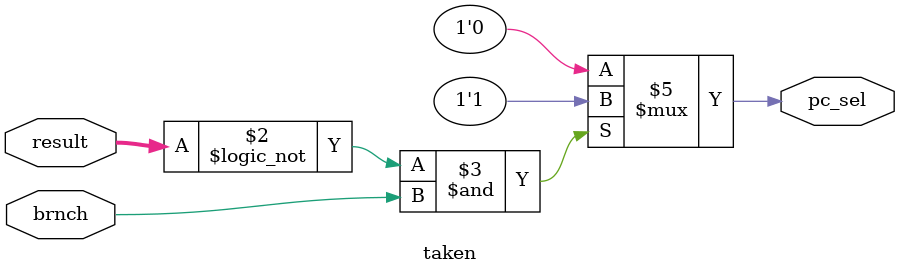
<source format=v>


`timescale 1ns/10ps

module taken (
    result,
    brnch,
    pc_sel
);


input [31:0] result;
input [0:0] brnch;
output [0:0] pc_sel;
reg [0:0] pc_sel;




always @(result, brnch) begin: TAKEN_TAKE
    if (((result == 0) & brnch)) begin
        pc_sel = 1'b1;
    end
    else begin
        pc_sel = 1'b0;
    end
end

endmodule

</source>
